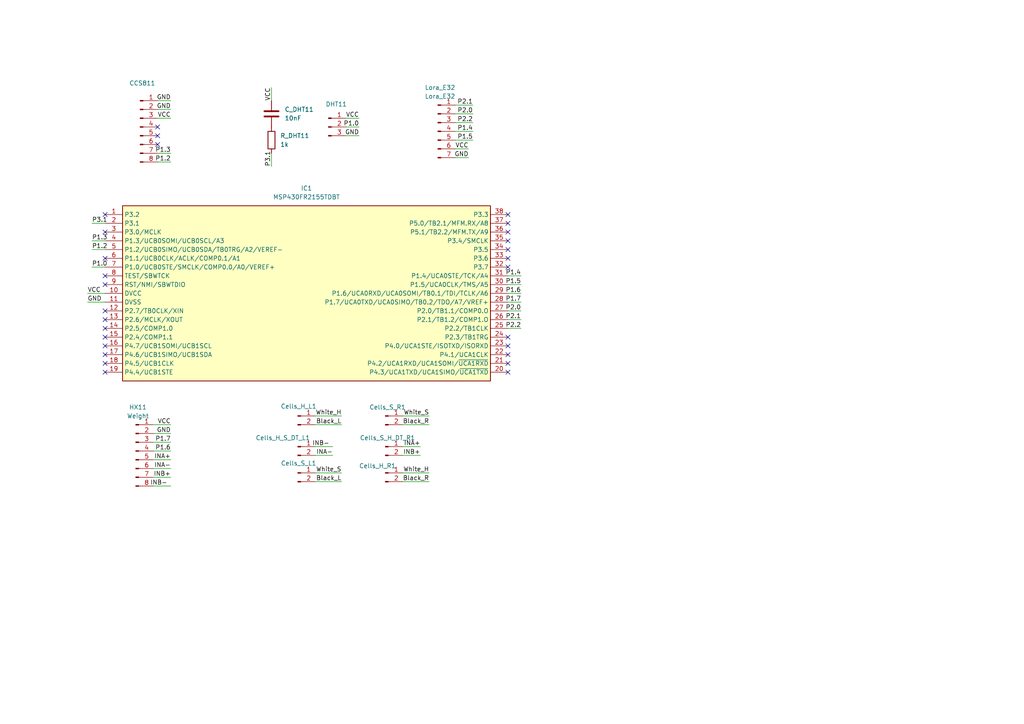
<source format=kicad_sch>
(kicad_sch (version 20231120) (generator "eeschema") (generator_version "8.0")
  (paper "A4")
  (lib_symbols
    (symbol "Connector:Conn_01x02_Pin" (pin_names (offset 1.016) hide)
      (property "Reference" "J" (at 0 2.54 0))
      (property "Value" "Conn_01x02_Pin" (at 0 -5.08 0))
      (symbol "Conn_01x02_Pin_1_1"
        (polyline (pts (xy 1.27 -2.54) (xy 0.8636 -2.54)) (stroke (width 0.1524)))
        (polyline (pts (xy 1.27 0) (xy 0.8636 0)) (stroke (width 0.1524)))
        (rectangle (start 0.8636 -2.413) (end 0 -2.667) (stroke (width 0.1524)) (fill (type outline)))
        (rectangle (start 0.8636 0.127) (end 0 -0.127) (stroke (width 0.1524)) (fill (type outline)))
        (pin passive line (at 5.08 0 180) (length 3.81) (name "Pin_1") (number "1"))
        (pin passive line (at 5.08 -2.54 180) (length 3.81) (name "Pin_2") (number "2"))
      )
    )
    (symbol "Connector:Conn_01x03_Pin" (pin_names (offset 1.016) hide)
      (property "Reference" "J" (at 0 5.08 0))
      (property "Value" "Conn_01x03_Pin" (at 0 -5.08 0))
      (symbol "Conn_01x03_Pin_1_1"
        (polyline (pts (xy 1.27 -2.54) (xy 0.8636 -2.54)) (stroke (width 0.1524)))
        (polyline (pts (xy 1.27 0) (xy 0.8636 0)) (stroke (width 0.1524)))
        (polyline (pts (xy 1.27 2.54) (xy 0.8636 2.54)) (stroke (width 0.1524)))
        (rectangle (start 0.8636 -2.413) (end 0 -2.667) (stroke (width 0.1524)) (fill (type outline)))
        (rectangle (start 0.8636 0.127) (end 0 -0.127) (stroke (width 0.1524)) (fill (type outline)))
        (rectangle (start 0.8636 2.667) (end 0 2.413) (stroke (width 0.1524)) (fill (type outline)))
        (pin passive line (at 5.08 2.54 180) (length 3.81) (name "Pin_1") (number "1"))
        (pin passive line (at 5.08 0 180) (length 3.81) (name "Pin_2") (number "2"))
        (pin passive line (at 5.08 -2.54 180) (length 3.81) (name "Pin_3") (number "3"))
      )
    )
    (symbol "Connector:Conn_01x07_Pin" (pin_names (offset 1.016) hide)
      (property "Reference" "J" (at 0 10.16 0))
      (property "Value" "Conn_01x07_Pin" (at 0 -10.16 0))
      (symbol "Conn_01x07_Pin_1_1"
        (polyline (pts (xy 1.27 -7.62) (xy 0.8636 -7.62)) (stroke (width 0.1524)))
        (polyline (pts (xy 1.27 -5.08) (xy 0.8636 -5.08)) (stroke (width 0.1524)))
        (polyline (pts (xy 1.27 -2.54) (xy 0.8636 -2.54)) (stroke (width 0.1524)))
        (polyline (pts (xy 1.27 0) (xy 0.8636 0)) (stroke (width 0.1524)))
        (polyline (pts (xy 1.27 2.54) (xy 0.8636 2.54)) (stroke (width 0.1524)))
        (polyline (pts (xy 1.27 5.08) (xy 0.8636 5.08)) (stroke (width 0.1524)))
        (polyline (pts (xy 1.27 7.62) (xy 0.8636 7.62)) (stroke (width 0.1524)))
        (rectangle (start 0.8636 -7.493) (end 0 -7.747) (stroke (width 0.1524)) (fill (type outline)))
        (rectangle (start 0.8636 -4.953) (end 0 -5.207) (stroke (width 0.1524)) (fill (type outline)))
        (rectangle (start 0.8636 -2.413) (end 0 -2.667) (stroke (width 0.1524)) (fill (type outline)))
        (rectangle (start 0.8636 0.127) (end 0 -0.127) (stroke (width 0.1524)) (fill (type outline)))
        (rectangle (start 0.8636 2.667) (end 0 2.413) (stroke (width 0.1524)) (fill (type outline)))
        (rectangle (start 0.8636 5.207) (end 0 4.953) (stroke (width 0.1524)) (fill (type outline)))
        (rectangle (start 0.8636 7.747) (end 0 7.493) (stroke (width 0.1524)) (fill (type outline)))
        (pin passive line (at 5.08 7.62 180) (length 3.81) (name "Pin_1") (number "1"))
        (pin passive line (at 5.08 5.08 180) (length 3.81) (name "Pin_2") (number "2"))
        (pin passive line (at 5.08 2.54 180) (length 3.81) (name "Pin_3") (number "3"))
        (pin passive line (at 5.08 0 180) (length 3.81) (name "Pin_4") (number "4"))
        (pin passive line (at 5.08 -2.54 180) (length 3.81) (name "Pin_5") (number "5"))
        (pin passive line (at 5.08 -5.08 180) (length 3.81) (name "Pin_6") (number "6"))
        (pin passive line (at 5.08 -7.62 180) (length 3.81) (name "Pin_7") (number "7"))
      )
    )
    (symbol "Connector:Conn_01x08_Pin" (pin_names (offset 1.016) hide)
      (property "Reference" "J" (at 0 10.16 0))
      (property "Value" "Conn_01x08_Pin" (at 0 -12.7 0))
      (symbol "Conn_01x08_Pin_1_1"
        (polyline (pts (xy 1.27 -10.16) (xy 0.8636 -10.16)) (stroke (width 0.1524)))
        (polyline (pts (xy 1.27 -7.62) (xy 0.8636 -7.62)) (stroke (width 0.1524)))
        (polyline (pts (xy 1.27 -5.08) (xy 0.8636 -5.08)) (stroke (width 0.1524)))
        (polyline (pts (xy 1.27 -2.54) (xy 0.8636 -2.54)) (stroke (width 0.1524)))
        (polyline (pts (xy 1.27 0) (xy 0.8636 0)) (stroke (width 0.1524)))
        (polyline (pts (xy 1.27 2.54) (xy 0.8636 2.54)) (stroke (width 0.1524)))
        (polyline (pts (xy 1.27 5.08) (xy 0.8636 5.08)) (stroke (width 0.1524)))
        (polyline (pts (xy 1.27 7.62) (xy 0.8636 7.62)) (stroke (width 0.1524)))
        (rectangle (start 0.8636 -10.033) (end 0 -10.287) (stroke (width 0.1524)) (fill (type outline)))
        (rectangle (start 0.8636 -7.493) (end 0 -7.747) (stroke (width 0.1524)) (fill (type outline)))
        (rectangle (start 0.8636 -4.953) (end 0 -5.207) (stroke (width 0.1524)) (fill (type outline)))
        (rectangle (start 0.8636 -2.413) (end 0 -2.667) (stroke (width 0.1524)) (fill (type outline)))
        (rectangle (start 0.8636 0.127) (end 0 -0.127) (stroke (width 0.1524)) (fill (type outline)))
        (rectangle (start 0.8636 2.667) (end 0 2.413) (stroke (width 0.1524)) (fill (type outline)))
        (rectangle (start 0.8636 5.207) (end 0 4.953) (stroke (width 0.1524)) (fill (type outline)))
        (rectangle (start 0.8636 7.747) (end 0 7.493) (stroke (width 0.1524)) (fill (type outline)))
        (pin passive line (at 5.08 7.62 180) (length 3.81) (name "Pin_1") (number "1"))
        (pin passive line (at 5.08 5.08 180) (length 3.81) (name "Pin_2") (number "2"))
        (pin passive line (at 5.08 2.54 180) (length 3.81) (name "Pin_3") (number "3"))
        (pin passive line (at 5.08 0 180) (length 3.81) (name "Pin_4") (number "4"))
        (pin passive line (at 5.08 -2.54 180) (length 3.81) (name "Pin_5") (number "5"))
        (pin passive line (at 5.08 -5.08 180) (length 3.81) (name "Pin_6") (number "6"))
        (pin passive line (at 5.08 -7.62 180) (length 3.81) (name "Pin_7") (number "7"))
        (pin passive line (at 5.08 -10.16 180) (length 3.81) (name "Pin_8") (number "8"))
      )
    )
    (symbol "Device:C" (pin_numbers hide) (pin_names (offset 0.254))
      (property "Reference" "C" (at 0.635 2.54 0))
      (property "Value" "C" (at 0.635 -2.54 0))
      (symbol "C_0_1"
        (polyline (pts (xy -2.032 -0.762) (xy 2.032 -0.762)) (stroke (width 0.508)))
        (polyline (pts (xy -2.032 0.762) (xy 2.032 0.762)) (stroke (width 0.508)))
      )
      (symbol "C_1_1"
        (pin passive line (at 0 3.81 270) (length 2.794) (name "~") (number "1"))
        (pin passive line (at 0 -3.81 90) (length 2.794) (name "~") (number "2"))
      )
    )
    (symbol "Device:R" (pin_numbers hide) (pin_names (offset 0))
      (property "Reference" "R" (at 2.032 0 90))
      (property "Value" "R" (at 0 0 90))
      (symbol "R_0_1"
        (rectangle (start -1.016 -2.54) (end 1.016 2.54) (stroke (width 0.254)))
      )
      (symbol "R_1_1"
        (pin passive line (at 0 3.81 270) (length 1.27) (name "~") (number "1"))
        (pin passive line (at 0 -3.81 90) (length 1.27) (name "~") (number "2"))
      )
    )
    (symbol "MSP430FR2155TDBT:MSP430FR2155TDBT"
      (property "Reference" "IC" (at 113.03 7.62 0))
      (property "Value" "MSP430FR2155TDBT" (at 113.03 5.08 0))
      (symbol "MSP430FR2155TDBT_1_1"
        (rectangle (start 5.08 2.54) (end 111.76 -48.26) (stroke (width 0.254)) (fill (type background)))
        (pin passive line (at 0 0 0) (length 5.08) (name "P3.2") (number "1"))
        (pin passive line (at 0 -22.86 0) (length 5.08) (name "DVCC") (number "10"))
        (pin passive line (at 0 -25.4 0) (length 5.08) (name "DVSS") (number "11"))
        (pin passive line (at 0 -27.94 0) (length 5.08) (name "P2.7/TB0CLK/XIN") (number "12"))
        (pin passive line (at 0 -30.48 0) (length 5.08) (name "P2.6/MCLK/XOUT") (number "13"))
        (pin passive line (at 0 -33.02 0) (length 5.08) (name "P2.5/COMP1.0") (number "14"))
        (pin passive line (at 0 -35.56 0) (length 5.08) (name "P2.4/COMP1.1") (number "15"))
        (pin passive line (at 0 -38.1 0) (length 5.08) (name "P4.7/UCB1SOMI/UCB1SCL") (number "16"))
        (pin passive line (at 0 -40.64 0) (length 5.08) (name "P4.6/UCB1SIMO/UCB1SDA") (number "17"))
        (pin passive line (at 0 -43.18 0) (length 5.08) (name "P4.5/UCB1CLK") (number "18"))
        (pin passive line (at 0 -45.72 0) (length 5.08) (name "P4.4/UCB1STE") (number "19"))
        (pin passive line (at 0 -2.54 0) (length 5.08) (name "P3.1") (number "2"))
        (pin passive line (at 116.84 -45.72 180) (length 5.08) (name "P4.3/UCA1TXD/UCA1SIMO/~{UCA1TXD}") (number "20"))
        (pin passive line (at 116.84 -43.18 180) (length 5.08) (name "P4.2/UCA1RXD/UCA1SOMI/~{UCA1RXD}") (number "21"))
        (pin passive line (at 116.84 -40.64 180) (length 5.08) (name "P4.1/UCA1CLK") (number "22"))
        (pin passive line (at 116.84 -38.1 180) (length 5.08) (name "P4.0/UCA1STE/ISOTXD/ISORXD") (number "23"))
        (pin passive line (at 116.84 -35.56 180) (length 5.08) (name "P2.3/TB1TRG") (number "24"))
        (pin passive line (at 116.84 -33.02 180) (length 5.08) (name "P2.2/TB1CLK") (number "25"))
        (pin passive line (at 116.84 -30.48 180) (length 5.08) (name "P2.1/TB1.2/COMP1.O") (number "26"))
        (pin passive line (at 116.84 -27.94 180) (length 5.08) (name "P2.0/TB1.1/COMP0.O") (number "27"))
        (pin passive line (at 116.84 -25.4 180) (length 5.08) (name "P1.7/UCA0TXD/UCA0SIMO/TB0.2/TDO/A7/VREF+") (number "28"))
        (pin passive line (at 116.84 -22.86 180) (length 5.08) (name "P1.6/UCA0RXD/UCA0SOMI/TB0.1/TDI/TCLK/A6") (number "29"))
        (pin passive line (at 0 -5.08 0) (length 5.08) (name "P3.0/MCLK") (number "3"))
        (pin passive line (at 116.84 -20.32 180) (length 5.08) (name "P1.5/UCA0CLK/TMS/A5") (number "30"))
        (pin passive line (at 116.84 -17.78 180) (length 5.08) (name "P1.4/UCA0STE/TCK/A4") (number "31"))
        (pin passive line (at 116.84 -15.24 180) (length 5.08) (name "P3.7") (number "32"))
        (pin passive line (at 116.84 -12.7 180) (length 5.08) (name "P3.6") (number "33"))
        (pin passive line (at 116.84 -10.16 180) (length 5.08) (name "P3.5") (number "34"))
        (pin passive line (at 116.84 -7.62 180) (length 5.08) (name "P3.4/SMCLK") (number "35"))
        (pin passive line (at 116.84 -5.08 180) (length 5.08) (name "P5.1/TB2.2/MFM.TX/A9") (number "36"))
        (pin passive line (at 116.84 -2.54 180) (length 5.08) (name "P5.0/TB2.1/MFM.RX/A8") (number "37"))
        (pin passive line (at 116.84 0 180) (length 5.08) (name "P3.3") (number "38"))
        (pin passive line (at 0 -7.62 0) (length 5.08) (name "P1.3/UCB0SOMI/UCB0SCL/A3") (number "4"))
        (pin passive line (at 0 -10.16 0) (length 5.08) (name "P1.2/UCB0SIMO/UCB0SDA/TB0TRG/A2/VEREF-") (number "5"))
        (pin passive line (at 0 -12.7 0) (length 5.08) (name "P1.1/UCB0CLK/ACLK/COMP0.1/A1") (number "6"))
        (pin passive line (at 0 -15.24 0) (length 5.08) (name "P1.0/UCB0STE/SMCLK/COMP0.0/A0/VEREF+") (number "7"))
        (pin passive line (at 0 -17.78 0) (length 5.08) (name "TEST/SBWTCK") (number "8"))
        (pin passive line (at 0 -20.32 0) (length 5.08) (name "RST/NMI/SBWTDIO") (number "9"))
      )
    )
  )
  (no_connect (at 30.48 80.01))
  (no_connect (at 30.48 105.41))
  (no_connect (at 30.48 67.31))
  (no_connect (at 30.48 97.79))
  (no_connect (at 147.32 107.95))
  (no_connect (at 30.48 62.23))
  (no_connect (at 45.72 41.91))
  (no_connect (at 147.32 67.31))
  (no_connect (at 147.32 105.41))
  (no_connect (at 147.32 77.47))
  (no_connect (at 30.48 74.93))
  (no_connect (at 30.48 102.87))
  (no_connect (at 30.48 90.17))
  (no_connect (at 147.32 64.77))
  (no_connect (at 147.32 72.39))
  (no_connect (at 147.32 62.23))
  (no_connect (at 30.48 107.95))
  (no_connect (at 30.48 95.25))
  (no_connect (at 30.48 92.71))
  (no_connect (at 147.32 69.85))
  (no_connect (at 147.32 102.87))
  (no_connect (at 30.48 100.33))
  (no_connect (at 30.48 82.55))
  (no_connect (at 147.32 100.33))
  (no_connect (at 45.72 39.37))
  (no_connect (at 147.32 74.93))
  (no_connect (at 45.72 36.83))
  (no_connect (at 147.32 97.79))
  (wire (pts (xy 151.13 90.17) (xy 147.32 90.17)))
  (wire (pts (xy 116.84 123.19) (xy 124.46 123.19)))
  (wire (pts (xy 49.53 128.27) (xy 44.45 128.27)))
  (wire (pts (xy 49.53 130.81) (xy 44.45 130.81)))
  (wire (pts (xy 25.4 85.09) (xy 30.48 85.09)))
  (wire (pts (xy 151.13 80.01) (xy 147.32 80.01)))
  (wire (pts (xy 135.89 45.72) (xy 132.08 45.72)))
  (wire (pts (xy 151.13 95.25) (xy 147.32 95.25)))
  (wire (pts (xy 151.13 92.71) (xy 147.32 92.71)))
  (wire (pts (xy 116.84 129.54) (xy 121.92 129.54)))
  (wire (pts (xy 104.14 36.83) (xy 100.33 36.83)))
  (wire (pts (xy 30.48 64.77) (xy 26.67 64.77)))
  (wire (pts (xy 49.53 31.75) (xy 45.72 31.75)))
  (wire (pts (xy 49.53 46.99) (xy 45.72 46.99)))
  (wire (pts (xy 91.44 129.54) (xy 96.52 129.54)))
  (wire (pts (xy 91.44 139.7) (xy 99.06 139.7)))
  (wire (pts (xy 137.16 35.56) (xy 132.08 35.56)))
  (wire (pts (xy 78.74 48.26) (xy 78.74 44.45)))
  (wire (pts (xy 104.14 34.29) (xy 100.33 34.29)))
  (wire (pts (xy 151.13 85.09) (xy 147.32 85.09)))
  (wire (pts (xy 91.44 137.16) (xy 99.06 137.16)))
  (wire (pts (xy 91.44 123.19) (xy 99.06 123.19)))
  (wire (pts (xy 91.44 120.65) (xy 99.06 120.65)))
  (wire (pts (xy 49.53 133.35) (xy 44.45 133.35)))
  (wire (pts (xy 49.53 140.97) (xy 44.45 140.97)))
  (wire (pts (xy 151.13 82.55) (xy 147.32 82.55)))
  (wire (pts (xy 151.13 87.63) (xy 147.32 87.63)))
  (wire (pts (xy 132.08 30.48) (xy 137.16 30.48)))
  (wire (pts (xy 137.16 40.64) (xy 132.08 40.64)))
  (wire (pts (xy 26.67 77.47) (xy 30.48 77.47)))
  (wire (pts (xy 137.16 38.1) (xy 132.08 38.1)))
  (wire (pts (xy 49.53 29.21) (xy 45.72 29.21)))
  (wire (pts (xy 116.84 120.65) (xy 124.46 120.65)))
  (wire (pts (xy 135.89 43.18) (xy 132.08 43.18)))
  (wire (pts (xy 78.74 25.4) (xy 78.74 29.21)))
  (wire (pts (xy 104.14 39.37) (xy 100.33 39.37)))
  (wire (pts (xy 49.53 123.19) (xy 44.45 123.19)))
  (wire (pts (xy 116.84 139.7) (xy 124.46 139.7)))
  (wire (pts (xy 49.53 34.29) (xy 45.72 34.29)))
  (wire (pts (xy 49.53 135.89) (xy 44.45 135.89)))
  (wire (pts (xy 25.4 87.63) (xy 30.48 87.63)))
  (wire (pts (xy 49.53 138.43) (xy 44.45 138.43)))
  (wire (pts (xy 91.44 132.08) (xy 96.52 132.08)))
  (wire (pts (xy 137.16 33.02) (xy 132.08 33.02)))
  (wire (pts (xy 116.84 132.08) (xy 121.92 132.08)))
  (wire (pts (xy 49.53 125.73) (xy 44.45 125.73)))
  (wire (pts (xy 49.53 44.45) (xy 45.72 44.45)))
  (wire (pts (xy 30.48 72.39) (xy 26.67 72.39)))
  (wire (pts (xy 30.48 69.85) (xy 26.67 69.85)))
  (wire (pts (xy 116.84 137.16) (xy 124.46 137.16)))
  (label "P1.4" (at 151.13 80.01 180))
  (label "White_H" (at 99.06 120.65 180))
  (label "White_S" (at 124.46 120.65 180))
  (label "INA-" (at 49.53 135.89 180))
  (label "VCC" (at 49.53 34.29 180))
  (label "INA-" (at 96.52 132.08 180))
  (label "P1.4" (at 137.16 38.1 180))
  (label "VCC" (at 49.53 123.19 180))
  (label "Black_R" (at 124.46 123.19 180))
  (label "P2.1" (at 151.13 92.71 180))
  (label "GND" (at 135.89 45.72 180))
  (label "GND" (at 49.53 31.75 180))
  (label "P1.0" (at 26.67 77.47 0))
  (label "GND" (at 104.14 39.37 180))
  (label "P1.7" (at 49.53 128.27 180))
  (label "VCC" (at 135.89 43.18 180))
  (label "INB- " (at 49.53 140.97 180))
  (label "INA+" (at 121.92 129.54 180))
  (label "White_S" (at 99.06 137.16 180))
  (label "GND" (at 49.53 29.21 180))
  (label "VCC" (at 78.74 25.4 270))
  (label "P1.2" (at 49.53 46.99 180))
  (label "P2.0" (at 137.16 33.02 180))
  (label "P1.3" (at 26.67 69.85 0))
  (label "INB- " (at 96.52 129.54 180))
  (label "P1.5" (at 137.16 40.64 180))
  (label "Black_L" (at 99.06 123.19 180))
  (label "INB+" (at 49.53 138.43 180))
  (label "GND" (at 25.4 87.63 0))
  (label "P1.3" (at 49.53 44.45 180))
  (label "P2.2" (at 137.16 35.56 180))
  (label "Black_R" (at 124.46 139.7 180))
  (label "P1.5" (at 151.13 82.55 180))
  (label "P1.2" (at 26.67 72.39 0))
  (label "P2.2" (at 151.13 95.25 180))
  (label "VCC" (at 25.4 85.09 0))
  (label "P2.1" (at 137.16 30.48 180))
  (label "White_H" (at 124.46 137.16 180))
  (label "GND" (at 49.53 125.73 180))
  (label "P1.6" (at 49.53 130.81 180))
  (label "P1.6" (at 151.13 85.09 180))
  (label "P3.1" (at 26.67 64.77 0))
  (label "P3.1" (at 78.74 48.26 90))
  (label "P2.0" (at 151.13 90.17 180))
  (label "INB+" (at 121.92 132.08 180))
  (label "P1.0" (at 104.14 36.83 180))
  (label "VCC" (at 104.14 34.29 180))
  (label "INA+" (at 49.53 133.35 180))
  (label "Black_L" (at 99.06 139.7 180))
  (label "P1.7" (at 151.13 87.63 180))
  (symbol (lib_id "Connector:Conn_01x08_Pin") (at 40.64 36.83 0) (unit 1)
    (property "Reference" "CCS811" (at 41.275 24.13 0))
    (property "Value" "Conn_01x08_Pin" (effects (hide yes)))
    (property "Footprint" "Connector_PinSocket_2.54mm:PinSocket_1x08_P2.54mm_Vertical" (effects (hide yes)))
    (property "Description" "Generic connector, single row, 01x08, script generated" (effects (hide yes)))
  )
  (symbol (lib_id "Connector:Conn_01x02_Pin") (at 86.36 129.54 0) (unit 1)
    (property "Reference" "Cells_H_S_DT_L1" (at 82.042 127 0))
    (property "Value" "Conn_01x02_Pin" (effects (hide yes)))
    (property "Footprint" "Connector_JST:JST_XH_B2B-XH-A_1x02_P2.50mm_Vertical" (effects (hide yes)))
    (property "Description" "Generic connector, single row, 01x02, script generated" (effects (hide yes)))
  )
  (symbol (lib_id "Connector:Conn_01x08_Pin") (at 39.37 130.81 0) (unit 1)
    (property "Reference" "HX11" (at 40.005 118.11 0))
    (property "Value" "Weight" (at 40.005 120.65 0))
    (property "Footprint" "Connector_PinSocket_2.54mm:PinSocket_1x08_P2.54mm_Vertical" (effects (hide yes)))
    (property "Description" "Generic connector, single row, 01x08, script generated" (effects (hide yes)))
  )
  (symbol (lib_id "Device:C") (at 78.74 33.02 0) (unit 1)
    (property "Reference" "C_DHT11" (at 82.55 31.7499 0) (effects (justify left)))
    (property "Value" "10nF" (at 82.55 34.2899 0) (effects (justify left)))
    (property "Footprint" "Capacitor_THT:C_Disc_D3.0mm_W1.6mm_P2.50mm" (effects (hide yes)))
    (property "Description" "Unpolarized capacitor" (effects (hide yes)))
  )
  (symbol (lib_id "Connector:Conn_01x03_Pin") (at 95.25 36.83 0) (unit 1)
    (property "Reference" "DHT11" (at 97.536 30.226 0))
    (property "Value" "Conn_01x03_Pin" (effects (hide yes)))
    (property "Footprint" "Connector_PinSocket_2.54mm:PinSocket_1x03_P2.54mm_Vertical" (effects (hide yes)))
    (property "Description" "Generic connector, single row, 01x03, script generated" (effects (hide yes)))
  )
  (symbol (lib_id "MSP430FR2155TDBT:MSP430FR2155TDBT") (at 30.48 62.23 0) (unit 1)
    (property "Reference" "IC1" (at 88.9 54.61 0))
    (property "Value" "MSP430FR2155TDBT" (at 88.9 57.15 0))
    (property "Footprint" "MSP430F2155:SOP50P640X120-38N" (effects (hide yes)))
    (property "Description" "16-bit Microcontrollers - MCU" (effects (hide yes)))
    (property "Height" "1.2" (effects (hide yes)))
    (property "Mouser Part Number" "595-MSP430FR2155TDBT" (effects (hide yes)))
    (property "Mouser Price/Stock" "https://www.mouser.co.uk/ProductDetail/Texas-Instruments/MSP430FR2155TDBT?qs=gTYE2QTfZfQnN3NMB8GQDw%3D%3D" (effects (hide yes)))
    (property "Manufacturer_Name" "Texas Instruments" (effects (hide yes)))
    (property "Manufacturer_Part_Number" "MSP430FR2155TDBT" (effects (hide yes)))
  )
  (symbol (lib_id "Connector:Conn_01x02_Pin") (at 86.36 137.16 0) (unit 1)
    (property "Reference" "Cells_S_L1" (at 86.614 134.366 0))
    (property "Value" "Conn_01x02_Pin" (effects (hide yes)))
    (property "Footprint" "Connector_JST:JST_XH_B2B-XH-A_1x02_P2.50mm_Vertical" (effects (hide yes)))
    (property "Description" "Generic connector, single row, 01x02, script generated" (effects (hide yes)))
  )
  (symbol (lib_id "Connector:Conn_01x02_Pin") (at 111.76 137.16 0) (unit 1)
    (property "Reference" "Cells_H_R1" (at 109.474 135.128 0))
    (property "Value" "Conn_01x02_Pin" (effects (hide yes)))
    (property "Footprint" "Connector_JST:JST_XH_B2B-XH-A_1x02_P2.50mm_Vertical" (effects (hide yes)))
    (property "Description" "Generic connector, single row, 01x02, script generated" (effects (hide yes)))
  )
  (symbol (lib_id "Connector:Conn_01x07_Pin") (at 127 38.1 0) (unit 1)
    (property "Reference" "Lora_E32" (at 127.635 25.4 0))
    (property "Value" "Lora_E32" (at 127.635 27.94 0))
    (property "Footprint" "Connector_PinSocket_2.54mm:PinSocket_1x07_P2.54mm_Vertical" (effects (hide yes)))
    (property "Description" "Generic connector, single row, 01x07, script generated" (effects (hide yes)))
  )
  (symbol (lib_id "Connector:Conn_01x02_Pin") (at 111.76 129.54 0) (unit 1)
    (property "Reference" "Cells_S_H_DT_R1" (at 112.395 127 0))
    (property "Value" "Conn_01x02_Pin" (effects (hide yes)))
    (property "Footprint" "Connector_JST:JST_XH_B2B-XH-A_1x02_P2.50mm_Vertical" (effects (hide yes)))
    (property "Description" "Generic connector, single row, 01x02, script generated" (effects (hide yes)))
  )
  (symbol (lib_id "Connector:Conn_01x02_Pin") (at 111.76 120.65 0) (unit 1)
    (property "Reference" "Cells_S_R1" (at 112.395 118.11 0))
    (property "Value" "Conn_01x02_Pin" (effects (hide yes)))
    (property "Footprint" "Connector_JST:JST_XH_B2B-XH-A_1x02_P2.50mm_Vertical" (effects (hide yes)))
    (property "Description" "Generic connector, single row, 01x02, script generated" (effects (hide yes)))
  )
  (symbol (lib_id "Device:R") (at 78.74 40.64 0) (unit 1)
    (property "Reference" "R_DHT11" (at 81.28 39.3699 0) (effects (justify left)))
    (property "Value" "1k" (at 81.28 41.9099 0) (effects (justify left)))
    (property "Footprint" "Resistor_THT:R_Axial_DIN0204_L3.6mm_D1.6mm_P1.90mm_Vertical" (effects (hide yes)))
    (property "Description" "Resistor" (effects (hide yes)))
  )
  (symbol (lib_id "Connector:Conn_01x02_Pin") (at 86.36 120.65 0) (unit 1)
    (property "Reference" "Cells_H_L1" (at 86.614 117.856 0))
    (property "Value" "Conn_01x02_Pin" (effects (hide yes)))
    (property "Footprint" "Connector_JST:JST_XH_B2B-XH-A_1x02_P2.50mm_Vertical" (effects (hide yes)))
    (property "Description" "Generic connector, single row, 01x02, script generated" (effects (hide yes)))
  )
)
</source>
